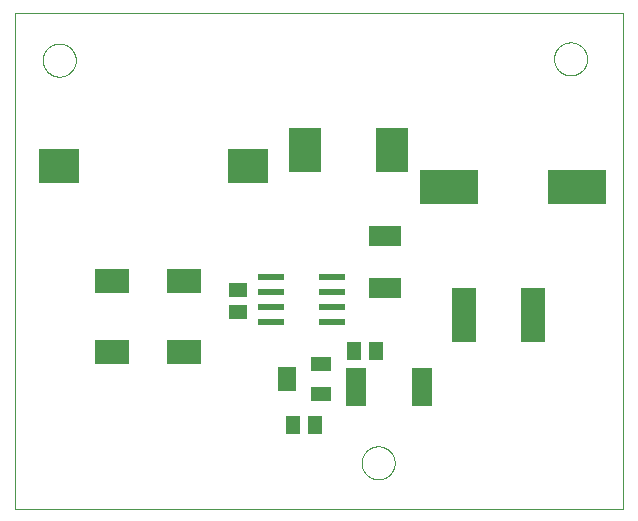
<source format=gtp>
G75*
%MOIN*%
%OFA0B0*%
%FSLAX25Y25*%
%IPPOS*%
%LPD*%
%AMOC8*
5,1,8,0,0,1.08239X$1,22.5*
%
%ADD10C,0.00000*%
%ADD11R,0.08661X0.02362*%
%ADD12R,0.13780X0.11811*%
%ADD13R,0.10630X0.07087*%
%ADD14R,0.07087X0.12598*%
%ADD15R,0.05118X0.05906*%
%ADD16R,0.11024X0.14961*%
%ADD17R,0.06299X0.07874*%
%ADD18R,0.07087X0.05118*%
%ADD19R,0.11811X0.07874*%
%ADD20R,0.05906X0.05118*%
%ADD21R,0.19685X0.11811*%
%ADD22R,0.07874X0.18110*%
D10*
X0083315Y0083451D02*
X0083315Y0248806D01*
X0286071Y0248806D01*
X0286071Y0083451D01*
X0083315Y0083451D01*
X0198787Y0098688D02*
X0198789Y0098836D01*
X0198795Y0098984D01*
X0198805Y0099132D01*
X0198819Y0099279D01*
X0198837Y0099426D01*
X0198858Y0099572D01*
X0198884Y0099718D01*
X0198914Y0099863D01*
X0198947Y0100007D01*
X0198985Y0100150D01*
X0199026Y0100292D01*
X0199071Y0100433D01*
X0199119Y0100573D01*
X0199172Y0100712D01*
X0199228Y0100849D01*
X0199288Y0100984D01*
X0199351Y0101118D01*
X0199418Y0101250D01*
X0199489Y0101380D01*
X0199563Y0101508D01*
X0199640Y0101634D01*
X0199721Y0101758D01*
X0199805Y0101880D01*
X0199892Y0101999D01*
X0199983Y0102116D01*
X0200077Y0102231D01*
X0200173Y0102343D01*
X0200273Y0102453D01*
X0200375Y0102559D01*
X0200481Y0102663D01*
X0200589Y0102764D01*
X0200700Y0102862D01*
X0200813Y0102958D01*
X0200929Y0103050D01*
X0201047Y0103139D01*
X0201168Y0103224D01*
X0201291Y0103307D01*
X0201416Y0103386D01*
X0201543Y0103462D01*
X0201672Y0103534D01*
X0201803Y0103603D01*
X0201936Y0103668D01*
X0202071Y0103729D01*
X0202207Y0103787D01*
X0202344Y0103842D01*
X0202483Y0103892D01*
X0202624Y0103939D01*
X0202765Y0103982D01*
X0202908Y0104022D01*
X0203052Y0104057D01*
X0203196Y0104089D01*
X0203342Y0104116D01*
X0203488Y0104140D01*
X0203635Y0104160D01*
X0203782Y0104176D01*
X0203929Y0104188D01*
X0204077Y0104196D01*
X0204225Y0104200D01*
X0204373Y0104200D01*
X0204521Y0104196D01*
X0204669Y0104188D01*
X0204816Y0104176D01*
X0204963Y0104160D01*
X0205110Y0104140D01*
X0205256Y0104116D01*
X0205402Y0104089D01*
X0205546Y0104057D01*
X0205690Y0104022D01*
X0205833Y0103982D01*
X0205974Y0103939D01*
X0206115Y0103892D01*
X0206254Y0103842D01*
X0206391Y0103787D01*
X0206527Y0103729D01*
X0206662Y0103668D01*
X0206795Y0103603D01*
X0206926Y0103534D01*
X0207055Y0103462D01*
X0207182Y0103386D01*
X0207307Y0103307D01*
X0207430Y0103224D01*
X0207551Y0103139D01*
X0207669Y0103050D01*
X0207785Y0102958D01*
X0207898Y0102862D01*
X0208009Y0102764D01*
X0208117Y0102663D01*
X0208223Y0102559D01*
X0208325Y0102453D01*
X0208425Y0102343D01*
X0208521Y0102231D01*
X0208615Y0102116D01*
X0208706Y0101999D01*
X0208793Y0101880D01*
X0208877Y0101758D01*
X0208958Y0101634D01*
X0209035Y0101508D01*
X0209109Y0101380D01*
X0209180Y0101250D01*
X0209247Y0101118D01*
X0209310Y0100984D01*
X0209370Y0100849D01*
X0209426Y0100712D01*
X0209479Y0100573D01*
X0209527Y0100433D01*
X0209572Y0100292D01*
X0209613Y0100150D01*
X0209651Y0100007D01*
X0209684Y0099863D01*
X0209714Y0099718D01*
X0209740Y0099572D01*
X0209761Y0099426D01*
X0209779Y0099279D01*
X0209793Y0099132D01*
X0209803Y0098984D01*
X0209809Y0098836D01*
X0209811Y0098688D01*
X0209809Y0098540D01*
X0209803Y0098392D01*
X0209793Y0098244D01*
X0209779Y0098097D01*
X0209761Y0097950D01*
X0209740Y0097804D01*
X0209714Y0097658D01*
X0209684Y0097513D01*
X0209651Y0097369D01*
X0209613Y0097226D01*
X0209572Y0097084D01*
X0209527Y0096943D01*
X0209479Y0096803D01*
X0209426Y0096664D01*
X0209370Y0096527D01*
X0209310Y0096392D01*
X0209247Y0096258D01*
X0209180Y0096126D01*
X0209109Y0095996D01*
X0209035Y0095868D01*
X0208958Y0095742D01*
X0208877Y0095618D01*
X0208793Y0095496D01*
X0208706Y0095377D01*
X0208615Y0095260D01*
X0208521Y0095145D01*
X0208425Y0095033D01*
X0208325Y0094923D01*
X0208223Y0094817D01*
X0208117Y0094713D01*
X0208009Y0094612D01*
X0207898Y0094514D01*
X0207785Y0094418D01*
X0207669Y0094326D01*
X0207551Y0094237D01*
X0207430Y0094152D01*
X0207307Y0094069D01*
X0207182Y0093990D01*
X0207055Y0093914D01*
X0206926Y0093842D01*
X0206795Y0093773D01*
X0206662Y0093708D01*
X0206527Y0093647D01*
X0206391Y0093589D01*
X0206254Y0093534D01*
X0206115Y0093484D01*
X0205974Y0093437D01*
X0205833Y0093394D01*
X0205690Y0093354D01*
X0205546Y0093319D01*
X0205402Y0093287D01*
X0205256Y0093260D01*
X0205110Y0093236D01*
X0204963Y0093216D01*
X0204816Y0093200D01*
X0204669Y0093188D01*
X0204521Y0093180D01*
X0204373Y0093176D01*
X0204225Y0093176D01*
X0204077Y0093180D01*
X0203929Y0093188D01*
X0203782Y0093200D01*
X0203635Y0093216D01*
X0203488Y0093236D01*
X0203342Y0093260D01*
X0203196Y0093287D01*
X0203052Y0093319D01*
X0202908Y0093354D01*
X0202765Y0093394D01*
X0202624Y0093437D01*
X0202483Y0093484D01*
X0202344Y0093534D01*
X0202207Y0093589D01*
X0202071Y0093647D01*
X0201936Y0093708D01*
X0201803Y0093773D01*
X0201672Y0093842D01*
X0201543Y0093914D01*
X0201416Y0093990D01*
X0201291Y0094069D01*
X0201168Y0094152D01*
X0201047Y0094237D01*
X0200929Y0094326D01*
X0200813Y0094418D01*
X0200700Y0094514D01*
X0200589Y0094612D01*
X0200481Y0094713D01*
X0200375Y0094817D01*
X0200273Y0094923D01*
X0200173Y0095033D01*
X0200077Y0095145D01*
X0199983Y0095260D01*
X0199892Y0095377D01*
X0199805Y0095496D01*
X0199721Y0095618D01*
X0199640Y0095742D01*
X0199563Y0095868D01*
X0199489Y0095996D01*
X0199418Y0096126D01*
X0199351Y0096258D01*
X0199288Y0096392D01*
X0199228Y0096527D01*
X0199172Y0096664D01*
X0199119Y0096803D01*
X0199071Y0096943D01*
X0199026Y0097084D01*
X0198985Y0097226D01*
X0198947Y0097369D01*
X0198914Y0097513D01*
X0198884Y0097658D01*
X0198858Y0097804D01*
X0198837Y0097950D01*
X0198819Y0098097D01*
X0198805Y0098244D01*
X0198795Y0098392D01*
X0198789Y0098540D01*
X0198787Y0098688D01*
X0262921Y0233333D02*
X0262923Y0233481D01*
X0262929Y0233629D01*
X0262939Y0233777D01*
X0262953Y0233924D01*
X0262971Y0234071D01*
X0262992Y0234217D01*
X0263018Y0234363D01*
X0263048Y0234508D01*
X0263081Y0234652D01*
X0263119Y0234795D01*
X0263160Y0234937D01*
X0263205Y0235078D01*
X0263253Y0235218D01*
X0263306Y0235357D01*
X0263362Y0235494D01*
X0263422Y0235629D01*
X0263485Y0235763D01*
X0263552Y0235895D01*
X0263623Y0236025D01*
X0263697Y0236153D01*
X0263774Y0236279D01*
X0263855Y0236403D01*
X0263939Y0236525D01*
X0264026Y0236644D01*
X0264117Y0236761D01*
X0264211Y0236876D01*
X0264307Y0236988D01*
X0264407Y0237098D01*
X0264509Y0237204D01*
X0264615Y0237308D01*
X0264723Y0237409D01*
X0264834Y0237507D01*
X0264947Y0237603D01*
X0265063Y0237695D01*
X0265181Y0237784D01*
X0265302Y0237869D01*
X0265425Y0237952D01*
X0265550Y0238031D01*
X0265677Y0238107D01*
X0265806Y0238179D01*
X0265937Y0238248D01*
X0266070Y0238313D01*
X0266205Y0238374D01*
X0266341Y0238432D01*
X0266478Y0238487D01*
X0266617Y0238537D01*
X0266758Y0238584D01*
X0266899Y0238627D01*
X0267042Y0238667D01*
X0267186Y0238702D01*
X0267330Y0238734D01*
X0267476Y0238761D01*
X0267622Y0238785D01*
X0267769Y0238805D01*
X0267916Y0238821D01*
X0268063Y0238833D01*
X0268211Y0238841D01*
X0268359Y0238845D01*
X0268507Y0238845D01*
X0268655Y0238841D01*
X0268803Y0238833D01*
X0268950Y0238821D01*
X0269097Y0238805D01*
X0269244Y0238785D01*
X0269390Y0238761D01*
X0269536Y0238734D01*
X0269680Y0238702D01*
X0269824Y0238667D01*
X0269967Y0238627D01*
X0270108Y0238584D01*
X0270249Y0238537D01*
X0270388Y0238487D01*
X0270525Y0238432D01*
X0270661Y0238374D01*
X0270796Y0238313D01*
X0270929Y0238248D01*
X0271060Y0238179D01*
X0271189Y0238107D01*
X0271316Y0238031D01*
X0271441Y0237952D01*
X0271564Y0237869D01*
X0271685Y0237784D01*
X0271803Y0237695D01*
X0271919Y0237603D01*
X0272032Y0237507D01*
X0272143Y0237409D01*
X0272251Y0237308D01*
X0272357Y0237204D01*
X0272459Y0237098D01*
X0272559Y0236988D01*
X0272655Y0236876D01*
X0272749Y0236761D01*
X0272840Y0236644D01*
X0272927Y0236525D01*
X0273011Y0236403D01*
X0273092Y0236279D01*
X0273169Y0236153D01*
X0273243Y0236025D01*
X0273314Y0235895D01*
X0273381Y0235763D01*
X0273444Y0235629D01*
X0273504Y0235494D01*
X0273560Y0235357D01*
X0273613Y0235218D01*
X0273661Y0235078D01*
X0273706Y0234937D01*
X0273747Y0234795D01*
X0273785Y0234652D01*
X0273818Y0234508D01*
X0273848Y0234363D01*
X0273874Y0234217D01*
X0273895Y0234071D01*
X0273913Y0233924D01*
X0273927Y0233777D01*
X0273937Y0233629D01*
X0273943Y0233481D01*
X0273945Y0233333D01*
X0273943Y0233185D01*
X0273937Y0233037D01*
X0273927Y0232889D01*
X0273913Y0232742D01*
X0273895Y0232595D01*
X0273874Y0232449D01*
X0273848Y0232303D01*
X0273818Y0232158D01*
X0273785Y0232014D01*
X0273747Y0231871D01*
X0273706Y0231729D01*
X0273661Y0231588D01*
X0273613Y0231448D01*
X0273560Y0231309D01*
X0273504Y0231172D01*
X0273444Y0231037D01*
X0273381Y0230903D01*
X0273314Y0230771D01*
X0273243Y0230641D01*
X0273169Y0230513D01*
X0273092Y0230387D01*
X0273011Y0230263D01*
X0272927Y0230141D01*
X0272840Y0230022D01*
X0272749Y0229905D01*
X0272655Y0229790D01*
X0272559Y0229678D01*
X0272459Y0229568D01*
X0272357Y0229462D01*
X0272251Y0229358D01*
X0272143Y0229257D01*
X0272032Y0229159D01*
X0271919Y0229063D01*
X0271803Y0228971D01*
X0271685Y0228882D01*
X0271564Y0228797D01*
X0271441Y0228714D01*
X0271316Y0228635D01*
X0271189Y0228559D01*
X0271060Y0228487D01*
X0270929Y0228418D01*
X0270796Y0228353D01*
X0270661Y0228292D01*
X0270525Y0228234D01*
X0270388Y0228179D01*
X0270249Y0228129D01*
X0270108Y0228082D01*
X0269967Y0228039D01*
X0269824Y0227999D01*
X0269680Y0227964D01*
X0269536Y0227932D01*
X0269390Y0227905D01*
X0269244Y0227881D01*
X0269097Y0227861D01*
X0268950Y0227845D01*
X0268803Y0227833D01*
X0268655Y0227825D01*
X0268507Y0227821D01*
X0268359Y0227821D01*
X0268211Y0227825D01*
X0268063Y0227833D01*
X0267916Y0227845D01*
X0267769Y0227861D01*
X0267622Y0227881D01*
X0267476Y0227905D01*
X0267330Y0227932D01*
X0267186Y0227964D01*
X0267042Y0227999D01*
X0266899Y0228039D01*
X0266758Y0228082D01*
X0266617Y0228129D01*
X0266478Y0228179D01*
X0266341Y0228234D01*
X0266205Y0228292D01*
X0266070Y0228353D01*
X0265937Y0228418D01*
X0265806Y0228487D01*
X0265677Y0228559D01*
X0265550Y0228635D01*
X0265425Y0228714D01*
X0265302Y0228797D01*
X0265181Y0228882D01*
X0265063Y0228971D01*
X0264947Y0229063D01*
X0264834Y0229159D01*
X0264723Y0229257D01*
X0264615Y0229358D01*
X0264509Y0229462D01*
X0264407Y0229568D01*
X0264307Y0229678D01*
X0264211Y0229790D01*
X0264117Y0229905D01*
X0264026Y0230022D01*
X0263939Y0230141D01*
X0263855Y0230263D01*
X0263774Y0230387D01*
X0263697Y0230513D01*
X0263623Y0230641D01*
X0263552Y0230771D01*
X0263485Y0230903D01*
X0263422Y0231037D01*
X0263362Y0231172D01*
X0263306Y0231309D01*
X0263253Y0231448D01*
X0263205Y0231588D01*
X0263160Y0231729D01*
X0263119Y0231871D01*
X0263081Y0232014D01*
X0263048Y0232158D01*
X0263018Y0232303D01*
X0262992Y0232449D01*
X0262971Y0232595D01*
X0262953Y0232742D01*
X0262939Y0232889D01*
X0262929Y0233037D01*
X0262923Y0233185D01*
X0262921Y0233333D01*
X0092488Y0232940D02*
X0092490Y0233088D01*
X0092496Y0233236D01*
X0092506Y0233384D01*
X0092520Y0233531D01*
X0092538Y0233678D01*
X0092559Y0233824D01*
X0092585Y0233970D01*
X0092615Y0234115D01*
X0092648Y0234259D01*
X0092686Y0234402D01*
X0092727Y0234544D01*
X0092772Y0234685D01*
X0092820Y0234825D01*
X0092873Y0234964D01*
X0092929Y0235101D01*
X0092989Y0235236D01*
X0093052Y0235370D01*
X0093119Y0235502D01*
X0093190Y0235632D01*
X0093264Y0235760D01*
X0093341Y0235886D01*
X0093422Y0236010D01*
X0093506Y0236132D01*
X0093593Y0236251D01*
X0093684Y0236368D01*
X0093778Y0236483D01*
X0093874Y0236595D01*
X0093974Y0236705D01*
X0094076Y0236811D01*
X0094182Y0236915D01*
X0094290Y0237016D01*
X0094401Y0237114D01*
X0094514Y0237210D01*
X0094630Y0237302D01*
X0094748Y0237391D01*
X0094869Y0237476D01*
X0094992Y0237559D01*
X0095117Y0237638D01*
X0095244Y0237714D01*
X0095373Y0237786D01*
X0095504Y0237855D01*
X0095637Y0237920D01*
X0095772Y0237981D01*
X0095908Y0238039D01*
X0096045Y0238094D01*
X0096184Y0238144D01*
X0096325Y0238191D01*
X0096466Y0238234D01*
X0096609Y0238274D01*
X0096753Y0238309D01*
X0096897Y0238341D01*
X0097043Y0238368D01*
X0097189Y0238392D01*
X0097336Y0238412D01*
X0097483Y0238428D01*
X0097630Y0238440D01*
X0097778Y0238448D01*
X0097926Y0238452D01*
X0098074Y0238452D01*
X0098222Y0238448D01*
X0098370Y0238440D01*
X0098517Y0238428D01*
X0098664Y0238412D01*
X0098811Y0238392D01*
X0098957Y0238368D01*
X0099103Y0238341D01*
X0099247Y0238309D01*
X0099391Y0238274D01*
X0099534Y0238234D01*
X0099675Y0238191D01*
X0099816Y0238144D01*
X0099955Y0238094D01*
X0100092Y0238039D01*
X0100228Y0237981D01*
X0100363Y0237920D01*
X0100496Y0237855D01*
X0100627Y0237786D01*
X0100756Y0237714D01*
X0100883Y0237638D01*
X0101008Y0237559D01*
X0101131Y0237476D01*
X0101252Y0237391D01*
X0101370Y0237302D01*
X0101486Y0237210D01*
X0101599Y0237114D01*
X0101710Y0237016D01*
X0101818Y0236915D01*
X0101924Y0236811D01*
X0102026Y0236705D01*
X0102126Y0236595D01*
X0102222Y0236483D01*
X0102316Y0236368D01*
X0102407Y0236251D01*
X0102494Y0236132D01*
X0102578Y0236010D01*
X0102659Y0235886D01*
X0102736Y0235760D01*
X0102810Y0235632D01*
X0102881Y0235502D01*
X0102948Y0235370D01*
X0103011Y0235236D01*
X0103071Y0235101D01*
X0103127Y0234964D01*
X0103180Y0234825D01*
X0103228Y0234685D01*
X0103273Y0234544D01*
X0103314Y0234402D01*
X0103352Y0234259D01*
X0103385Y0234115D01*
X0103415Y0233970D01*
X0103441Y0233824D01*
X0103462Y0233678D01*
X0103480Y0233531D01*
X0103494Y0233384D01*
X0103504Y0233236D01*
X0103510Y0233088D01*
X0103512Y0232940D01*
X0103510Y0232792D01*
X0103504Y0232644D01*
X0103494Y0232496D01*
X0103480Y0232349D01*
X0103462Y0232202D01*
X0103441Y0232056D01*
X0103415Y0231910D01*
X0103385Y0231765D01*
X0103352Y0231621D01*
X0103314Y0231478D01*
X0103273Y0231336D01*
X0103228Y0231195D01*
X0103180Y0231055D01*
X0103127Y0230916D01*
X0103071Y0230779D01*
X0103011Y0230644D01*
X0102948Y0230510D01*
X0102881Y0230378D01*
X0102810Y0230248D01*
X0102736Y0230120D01*
X0102659Y0229994D01*
X0102578Y0229870D01*
X0102494Y0229748D01*
X0102407Y0229629D01*
X0102316Y0229512D01*
X0102222Y0229397D01*
X0102126Y0229285D01*
X0102026Y0229175D01*
X0101924Y0229069D01*
X0101818Y0228965D01*
X0101710Y0228864D01*
X0101599Y0228766D01*
X0101486Y0228670D01*
X0101370Y0228578D01*
X0101252Y0228489D01*
X0101131Y0228404D01*
X0101008Y0228321D01*
X0100883Y0228242D01*
X0100756Y0228166D01*
X0100627Y0228094D01*
X0100496Y0228025D01*
X0100363Y0227960D01*
X0100228Y0227899D01*
X0100092Y0227841D01*
X0099955Y0227786D01*
X0099816Y0227736D01*
X0099675Y0227689D01*
X0099534Y0227646D01*
X0099391Y0227606D01*
X0099247Y0227571D01*
X0099103Y0227539D01*
X0098957Y0227512D01*
X0098811Y0227488D01*
X0098664Y0227468D01*
X0098517Y0227452D01*
X0098370Y0227440D01*
X0098222Y0227432D01*
X0098074Y0227428D01*
X0097926Y0227428D01*
X0097778Y0227432D01*
X0097630Y0227440D01*
X0097483Y0227452D01*
X0097336Y0227468D01*
X0097189Y0227488D01*
X0097043Y0227512D01*
X0096897Y0227539D01*
X0096753Y0227571D01*
X0096609Y0227606D01*
X0096466Y0227646D01*
X0096325Y0227689D01*
X0096184Y0227736D01*
X0096045Y0227786D01*
X0095908Y0227841D01*
X0095772Y0227899D01*
X0095637Y0227960D01*
X0095504Y0228025D01*
X0095373Y0228094D01*
X0095244Y0228166D01*
X0095117Y0228242D01*
X0094992Y0228321D01*
X0094869Y0228404D01*
X0094748Y0228489D01*
X0094630Y0228578D01*
X0094514Y0228670D01*
X0094401Y0228766D01*
X0094290Y0228864D01*
X0094182Y0228965D01*
X0094076Y0229069D01*
X0093974Y0229175D01*
X0093874Y0229285D01*
X0093778Y0229397D01*
X0093684Y0229512D01*
X0093593Y0229629D01*
X0093506Y0229748D01*
X0093422Y0229870D01*
X0093341Y0229994D01*
X0093264Y0230120D01*
X0093190Y0230248D01*
X0093119Y0230378D01*
X0093052Y0230510D01*
X0092989Y0230644D01*
X0092929Y0230779D01*
X0092873Y0230916D01*
X0092820Y0231055D01*
X0092772Y0231195D01*
X0092727Y0231336D01*
X0092686Y0231478D01*
X0092648Y0231621D01*
X0092615Y0231765D01*
X0092585Y0231910D01*
X0092559Y0232056D01*
X0092538Y0232202D01*
X0092520Y0232349D01*
X0092506Y0232496D01*
X0092496Y0232644D01*
X0092490Y0232792D01*
X0092488Y0232940D01*
D11*
X0168473Y0160518D03*
X0168473Y0155518D03*
X0168473Y0150518D03*
X0168473Y0145518D03*
X0188945Y0145518D03*
X0188945Y0150518D03*
X0188945Y0155518D03*
X0188945Y0160518D03*
D12*
X0160992Y0197507D03*
X0098000Y0197507D03*
D13*
X0206662Y0174278D03*
X0206662Y0156955D03*
D14*
X0196819Y0123885D03*
X0218866Y0123885D03*
D15*
X0203709Y0136089D03*
X0196229Y0136089D03*
X0183236Y0111286D03*
X0175756Y0111286D03*
D16*
X0179890Y0203018D03*
X0209024Y0203018D03*
D17*
X0173985Y0126640D03*
D18*
X0185402Y0121522D03*
X0185402Y0131759D03*
D19*
X0139693Y0135735D03*
X0115717Y0135696D03*
X0115717Y0159318D03*
X0139693Y0159357D03*
D20*
X0157449Y0156365D03*
X0157449Y0148885D03*
D21*
X0227764Y0190538D03*
X0270677Y0190538D03*
D22*
X0255874Y0147900D03*
X0233040Y0147900D03*
M02*

</source>
